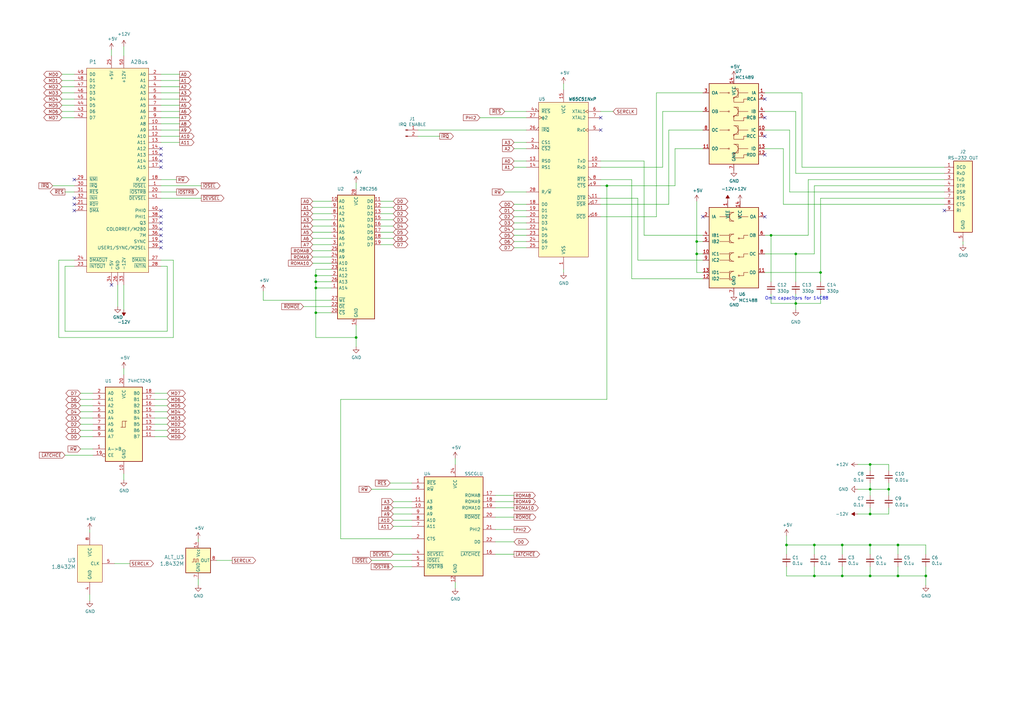
<source format=kicad_sch>
(kicad_sch (version 20211123) (generator eeschema)
  (paper "A3")
  (junction (at 316.23 96.52))
  (junction (at 345.44 223.52))
  (junction (at 356.87 190.5))
  (junction (at 129.54 115.57))
  (junction (at 129.54 113.03))
  (junction (at 248.92 76.2))
  (junction (at 356.87 223.52))
  (junction (at 285.75 104.14))
  (junction (at 368.3 236.22))
  (junction (at 129.54 118.11))
  (junction (at 356.87 236.22))
  (junction (at 326.39 124.46))
  (junction (at 129.54 128.27))
  (junction (at 146.05 138.43))
  (junction (at 356.87 210.82))
  (junction (at 322.58 223.52))
  (junction (at 356.87 200.66))
  (junction (at 364.49 200.66))
  (junction (at 334.01 236.22))
  (junction (at 326.39 104.14))
  (junction (at 334.01 223.52))
  (junction (at 379.73 236.22))
  (junction (at 285.75 99.06))
  (junction (at 336.55 111.76))
  (junction (at 345.44 236.22))
  (junction (at 368.3 223.52))
  (no_connect (at 66.04 86.36))
  (no_connect (at 45.72 116.84))
  (no_connect (at 66.04 93.98))
  (no_connect (at 66.04 99.06))
  (no_connect (at 30.48 86.36))
  (no_connect (at 387.35 86.36))
  (no_connect (at 66.04 63.5))
  (no_connect (at 66.04 91.44))
  (no_connect (at 30.48 73.66))
  (no_connect (at 30.48 81.28))
  (no_connect (at 246.38 53.34))
  (no_connect (at 66.04 101.6))
  (no_connect (at 66.04 88.9))
  (no_connect (at 66.04 68.58))
  (no_connect (at 66.04 60.96))
  (no_connect (at 66.04 66.04))
  (no_connect (at 66.04 96.52))
  (no_connect (at 288.29 88.9))
  (no_connect (at 313.69 88.9))
  (no_connect (at 313.69 48.26))
  (no_connect (at 313.69 40.64))
  (no_connect (at 313.69 63.5))
  (no_connect (at 313.69 55.88))
  (no_connect (at 30.48 83.82))
  (no_connect (at 246.38 48.26))
  (wire (pts (xy 168.91 215.9) (xy 161.29 215.9)))
  (wire (pts (xy 203.2 203.2) (xy 210.82 203.2)))
  (wire (pts (xy 322.58 236.22) (xy 334.01 236.22)))
  (wire (pts (xy 246.38 76.2) (xy 248.92 76.2)))
  (wire (pts (xy 186.69 187.96) (xy 186.69 190.5)))
  (wire (pts (xy 66.04 53.34) (xy 73.66 53.34)))
  (wire (pts (xy 356.87 203.2) (xy 356.87 200.66)))
  (wire (pts (xy 66.04 38.1) (xy 73.66 38.1)))
  (wire (pts (xy 146.05 74.93) (xy 146.05 77.47)))
  (wire (pts (xy 368.3 223.52) (xy 368.3 227.33)))
  (wire (pts (xy 345.44 223.52) (xy 334.01 223.52)))
  (wire (pts (xy 368.3 223.52) (xy 356.87 223.52)))
  (wire (pts (xy 68.58 161.29) (xy 63.5 161.29)))
  (wire (pts (xy 180.34 55.88) (xy 171.45 55.88)))
  (wire (pts (xy 66.04 58.42) (xy 73.66 58.42)))
  (wire (pts (xy 259.08 73.66) (xy 259.08 114.3)))
  (wire (pts (xy 345.44 232.41) (xy 345.44 236.22)))
  (wire (pts (xy 68.58 179.07) (xy 63.5 179.07)))
  (wire (pts (xy 379.73 232.41) (xy 379.73 236.22)))
  (wire (pts (xy 364.49 193.04) (xy 364.49 190.5)))
  (wire (pts (xy 152.4 200.66) (xy 168.91 200.66)))
  (wire (pts (xy 316.23 124.46) (xy 326.39 124.46)))
  (wire (pts (xy 25.4 40.64) (xy 30.48 40.64)))
  (wire (pts (xy 285.75 104.14) (xy 288.29 104.14)))
  (wire (pts (xy 66.04 30.48) (xy 73.66 30.48)))
  (wire (pts (xy 66.04 48.26) (xy 73.66 48.26)))
  (wire (pts (xy 248.92 76.2) (xy 276.86 76.2)))
  (wire (pts (xy 334.01 236.22) (xy 345.44 236.22)))
  (wire (pts (xy 210.82 68.58) (xy 215.9 68.58)))
  (wire (pts (xy 379.73 223.52) (xy 379.73 227.33)))
  (wire (pts (xy 345.44 236.22) (xy 356.87 236.22)))
  (wire (pts (xy 364.49 208.28) (xy 364.49 210.82)))
  (wire (pts (xy 313.69 111.76) (xy 336.55 111.76)))
  (wire (pts (xy 203.2 212.09) (xy 210.82 212.09)))
  (wire (pts (xy 246.38 66.04) (xy 264.16 66.04)))
  (wire (pts (xy 25.4 33.02) (xy 30.48 33.02)))
  (wire (pts (xy 146.05 138.43) (xy 146.05 142.24)))
  (wire (pts (xy 322.58 223.52) (xy 322.58 227.33)))
  (wire (pts (xy 45.72 20.32) (xy 45.72 22.86)))
  (wire (pts (xy 203.2 208.28) (xy 210.82 208.28)))
  (wire (pts (xy 66.04 78.74) (xy 72.39 78.74)))
  (wire (pts (xy 66.04 55.88) (xy 73.66 55.88)))
  (wire (pts (xy 135.89 95.25) (xy 128.27 95.25)))
  (wire (pts (xy 356.87 223.52) (xy 356.87 227.33)))
  (wire (pts (xy 351.79 200.66) (xy 356.87 200.66)))
  (wire (pts (xy 139.7 163.83) (xy 248.92 163.83)))
  (wire (pts (xy 135.89 115.57) (xy 129.54 115.57)))
  (wire (pts (xy 135.89 90.17) (xy 128.27 90.17)))
  (wire (pts (xy 210.82 91.44) (xy 215.9 91.44)))
  (wire (pts (xy 66.04 50.8) (xy 73.66 50.8)))
  (wire (pts (xy 135.89 118.11) (xy 129.54 118.11)))
  (wire (pts (xy 135.89 97.79) (xy 128.27 97.79)))
  (wire (pts (xy 210.82 83.82) (xy 215.9 83.82)))
  (wire (pts (xy 364.49 203.2) (xy 364.49 200.66)))
  (wire (pts (xy 66.04 43.18) (xy 73.66 43.18)))
  (wire (pts (xy 36.83 217.17) (xy 36.83 218.44)))
  (wire (pts (xy 135.89 107.95) (xy 128.27 107.95)))
  (wire (pts (xy 81.28 220.98) (xy 81.28 222.25)))
  (wire (pts (xy 288.29 96.52) (xy 264.16 96.52)))
  (wire (pts (xy 259.08 114.3) (xy 288.29 114.3)))
  (wire (pts (xy 288.29 60.96) (xy 276.86 60.96)))
  (wire (pts (xy 368.3 236.22) (xy 379.73 236.22)))
  (wire (pts (xy 313.69 38.1) (xy 328.93 38.1)))
  (wire (pts (xy 336.55 81.28) (xy 387.35 81.28)))
  (wire (pts (xy 26.67 109.22) (xy 26.67 135.89)))
  (wire (pts (xy 66.04 45.72) (xy 73.66 45.72)))
  (wire (pts (xy 66.04 81.28) (xy 82.55 81.28)))
  (wire (pts (xy 207.01 78.74) (xy 215.9 78.74)))
  (wire (pts (xy 68.58 176.53) (xy 63.5 176.53)))
  (wire (pts (xy 135.89 102.87) (xy 128.27 102.87)))
  (wire (pts (xy 356.87 232.41) (xy 356.87 236.22)))
  (wire (pts (xy 66.04 33.02) (xy 73.66 33.02)))
  (wire (pts (xy 33.02 171.45) (xy 38.1 171.45)))
  (wire (pts (xy 66.04 76.2) (xy 82.55 76.2)))
  (wire (pts (xy 336.55 111.76) (xy 336.55 115.57)))
  (wire (pts (xy 356.87 193.04) (xy 356.87 190.5)))
  (wire (pts (xy 139.7 220.98) (xy 139.7 163.83)))
  (wire (pts (xy 26.67 135.89) (xy 68.58 135.89)))
  (wire (pts (xy 33.02 184.15) (xy 38.1 184.15)))
  (wire (pts (xy 364.49 190.5) (xy 356.87 190.5)))
  (wire (pts (xy 313.69 104.14) (xy 326.39 104.14)))
  (wire (pts (xy 246.38 83.82) (xy 274.32 83.82)))
  (wire (pts (xy 261.62 106.68) (xy 261.62 81.28)))
  (wire (pts (xy 66.04 40.64) (xy 73.66 40.64)))
  (wire (pts (xy 135.89 125.73) (xy 124.46 125.73)))
  (wire (pts (xy 68.58 168.91) (xy 63.5 168.91)))
  (wire (pts (xy 161.29 82.55) (xy 156.21 82.55)))
  (wire (pts (xy 129.54 128.27) (xy 129.54 138.43)))
  (wire (pts (xy 285.75 99.06) (xy 288.29 99.06)))
  (wire (pts (xy 210.82 58.42) (xy 215.9 58.42)))
  (wire (pts (xy 264.16 66.04) (xy 264.16 96.52)))
  (wire (pts (xy 322.58 232.41) (xy 322.58 236.22)))
  (wire (pts (xy 269.24 38.1) (xy 269.24 88.9)))
  (wire (pts (xy 71.12 106.68) (xy 66.04 106.68)))
  (wire (pts (xy 107.95 119.38) (xy 107.95 123.19)))
  (wire (pts (xy 316.23 124.46) (xy 316.23 120.65)))
  (wire (pts (xy 276.86 60.96) (xy 276.86 76.2)))
  (wire (pts (xy 88.9 229.87) (xy 95.25 229.87)))
  (wire (pts (xy 33.02 166.37) (xy 38.1 166.37)))
  (wire (pts (xy 48.26 116.84) (xy 48.26 125.73)))
  (wire (pts (xy 129.54 118.11) (xy 129.54 128.27)))
  (wire (pts (xy 135.89 128.27) (xy 129.54 128.27)))
  (wire (pts (xy 168.91 229.87) (xy 152.4 229.87)))
  (wire (pts (xy 356.87 236.22) (xy 368.3 236.22)))
  (wire (pts (xy 326.39 124.46) (xy 326.39 120.65)))
  (wire (pts (xy 313.69 53.34) (xy 323.85 53.34)))
  (wire (pts (xy 68.58 163.83) (xy 63.5 163.83)))
  (wire (pts (xy 50.8 19.05) (xy 50.8 22.86)))
  (wire (pts (xy 321.31 60.96) (xy 321.31 83.82)))
  (wire (pts (xy 161.29 90.17) (xy 156.21 90.17)))
  (wire (pts (xy 368.3 232.41) (xy 368.3 236.22)))
  (wire (pts (xy 146.05 133.35) (xy 146.05 138.43)))
  (wire (pts (xy 161.29 87.63) (xy 156.21 87.63)))
  (wire (pts (xy 379.73 223.52) (xy 368.3 223.52)))
  (wire (pts (xy 50.8 127) (xy 50.8 116.84)))
  (wire (pts (xy 356.87 223.52) (xy 345.44 223.52)))
  (wire (pts (xy 285.75 111.76) (xy 288.29 111.76)))
  (wire (pts (xy 285.75 104.14) (xy 285.75 111.76)))
  (wire (pts (xy 161.29 85.09) (xy 156.21 85.09)))
  (wire (pts (xy 168.91 227.33) (xy 161.29 227.33)))
  (wire (pts (xy 24.13 106.68) (xy 24.13 138.43)))
  (wire (pts (xy 313.69 60.96) (xy 321.31 60.96)))
  (wire (pts (xy 25.4 43.18) (xy 30.48 43.18)))
  (wire (pts (xy 135.89 113.03) (xy 129.54 113.03)))
  (wire (pts (xy 135.89 92.71) (xy 128.27 92.71)))
  (wire (pts (xy 326.39 104.14) (xy 326.39 115.57)))
  (wire (pts (xy 168.91 210.82) (xy 161.29 210.82)))
  (wire (pts (xy 271.78 45.72) (xy 271.78 68.58)))
  (wire (pts (xy 326.39 127) (xy 326.39 124.46)))
  (wire (pts (xy 328.93 38.1) (xy 328.93 68.58)))
  (wire (pts (xy 331.47 73.66) (xy 387.35 73.66)))
  (wire (pts (xy 351.79 210.82) (xy 356.87 210.82)))
  (wire (pts (xy 21.59 76.2) (xy 30.48 76.2)))
  (wire (pts (xy 168.91 205.74) (xy 161.29 205.74)))
  (wire (pts (xy 135.89 82.55) (xy 128.27 82.55)))
  (wire (pts (xy 50.8 151.13) (xy 50.8 153.67)))
  (wire (pts (xy 288.29 45.72) (xy 271.78 45.72)))
  (wire (pts (xy 203.2 227.33) (xy 210.82 227.33)))
  (wire (pts (xy 66.04 73.66) (xy 72.39 73.66)))
  (wire (pts (xy 356.87 208.28) (xy 356.87 210.82)))
  (wire (pts (xy 129.54 113.03) (xy 129.54 115.57)))
  (wire (pts (xy 323.85 53.34) (xy 323.85 78.74)))
  (wire (pts (xy 356.87 210.82) (xy 364.49 210.82)))
  (wire (pts (xy 210.82 93.98) (xy 215.9 93.98)))
  (wire (pts (xy 248.92 76.2) (xy 248.92 163.83)))
  (wire (pts (xy 168.91 208.28) (xy 161.29 208.28)))
  (wire (pts (xy 207.01 45.72) (xy 215.9 45.72)))
  (wire (pts (xy 210.82 96.52) (xy 215.9 96.52)))
  (wire (pts (xy 334.01 223.52) (xy 322.58 223.52)))
  (wire (pts (xy 326.39 124.46) (xy 336.55 124.46)))
  (wire (pts (xy 334.01 76.2) (xy 387.35 76.2)))
  (wire (pts (xy 135.89 87.63) (xy 128.27 87.63)))
  (wire (pts (xy 231.14 34.29) (xy 231.14 36.83)))
  (wire (pts (xy 328.93 68.58) (xy 387.35 68.58)))
  (wire (pts (xy 33.02 168.91) (xy 38.1 168.91)))
  (wire (pts (xy 135.89 85.09) (xy 128.27 85.09)))
  (wire (pts (xy 68.58 135.89) (xy 68.58 109.22)))
  (wire (pts (xy 33.02 163.83) (xy 38.1 163.83)))
  (wire (pts (xy 135.89 100.33) (xy 128.27 100.33)))
  (wire (pts (xy 129.54 110.49) (xy 129.54 113.03)))
  (wire (pts (xy 379.73 236.22) (xy 379.73 240.03)))
  (wire (pts (xy 25.4 30.48) (xy 30.48 30.48)))
  (wire (pts (xy 210.82 101.6) (xy 215.9 101.6)))
  (wire (pts (xy 33.02 161.29) (xy 38.1 161.29)))
  (wire (pts (xy 161.29 95.25) (xy 156.21 95.25)))
  (wire (pts (xy 210.82 66.04) (xy 215.9 66.04)))
  (wire (pts (xy 81.28 237.49) (xy 81.28 240.03)))
  (wire (pts (xy 326.39 45.72) (xy 326.39 71.12)))
  (wire (pts (xy 231.14 110.49) (xy 231.14 111.76)))
  (wire (pts (xy 161.29 92.71) (xy 156.21 92.71)))
  (wire (pts (xy 334.01 104.14) (xy 334.01 76.2)))
  (wire (pts (xy 25.4 35.56) (xy 30.48 35.56)))
  (wire (pts (xy 345.44 223.52) (xy 345.44 227.33)))
  (wire (pts (xy 68.58 171.45) (xy 63.5 171.45)))
  (wire (pts (xy 168.91 232.41) (xy 161.29 232.41)))
  (wire (pts (xy 33.02 173.99) (xy 38.1 173.99)))
  (wire (pts (xy 356.87 198.12) (xy 356.87 200.66)))
  (wire (pts (xy 33.02 179.07) (xy 38.1 179.07)))
  (wire (pts (xy 26.67 78.74) (xy 30.48 78.74)))
  (wire (pts (xy 107.95 123.19) (xy 135.89 123.19)))
  (wire (pts (xy 210.82 60.96) (xy 215.9 60.96)))
  (wire (pts (xy 215.9 48.26) (xy 196.85 48.26)))
  (wire (pts (xy 33.02 176.53) (xy 38.1 176.53)))
  (wire (pts (xy 323.85 78.74) (xy 387.35 78.74)))
  (wire (pts (xy 336.55 111.76) (xy 336.55 81.28)))
  (wire (pts (xy 203.2 205.74) (xy 210.82 205.74)))
  (wire (pts (xy 161.29 97.79) (xy 156.21 97.79)))
  (wire (pts (xy 313.69 45.72) (xy 326.39 45.72)))
  (wire (pts (xy 285.75 99.06) (xy 285.75 104.14)))
  (wire (pts (xy 210.82 88.9) (xy 215.9 88.9)))
  (wire (pts (xy 161.29 100.33) (xy 156.21 100.33)))
  (wire (pts (xy 321.31 83.82) (xy 387.35 83.82)))
  (wire (pts (xy 326.39 104.14) (xy 334.01 104.14)))
  (wire (pts (xy 288.29 106.68) (xy 261.62 106.68)))
  (wire (pts (xy 186.69 238.76) (xy 186.69 241.3)))
  (wire (pts (xy 334.01 232.41) (xy 334.01 236.22)))
  (wire (pts (xy 25.4 45.72) (xy 30.48 45.72)))
  (wire (pts (xy 246.38 88.9) (xy 269.24 88.9)))
  (wire (pts (xy 135.89 105.41) (xy 128.27 105.41)))
  (wire (pts (xy 394.97 99.06) (xy 394.97 100.33)))
  (wire (pts (xy 160.02 198.12) (xy 168.91 198.12)))
  (wire (pts (xy 25.4 38.1) (xy 30.48 38.1)))
  (wire (pts (xy 30.48 109.22) (xy 26.67 109.22)))
  (wire (pts (xy 246.38 73.66) (xy 259.08 73.66)))
  (wire (pts (xy 313.69 96.52) (xy 316.23 96.52)))
  (wire (pts (xy 356.87 200.66) (xy 364.49 200.66)))
  (wire (pts (xy 168.91 213.36) (xy 161.29 213.36)))
  (wire (pts (xy 246.38 81.28) (xy 261.62 81.28)))
  (wire (pts (xy 36.83 243.84) (xy 36.83 246.38)))
  (wire (pts (xy 203.2 222.25) (xy 210.82 222.25)))
  (wire (pts (xy 171.45 53.34) (xy 215.9 53.34)))
  (wire (pts (xy 26.67 186.69) (xy 38.1 186.69)))
  (wire (pts (xy 135.89 110.49) (xy 129.54 110.49)))
  (wire (pts (xy 322.58 219.71) (xy 322.58 223.52)))
  (wire (pts (xy 251.46 45.72) (xy 246.38 45.72)))
  (wire (pts (xy 50.8 194.31) (xy 50.8 196.85)))
  (wire (pts (xy 274.32 53.34) (xy 274.32 83.82)))
  (wire (pts (xy 334.01 223.52) (xy 334.01 227.33)))
  (wire (pts (xy 68.58 173.99) (xy 63.5 173.99)))
  (wire (pts (xy 139.7 220.98) (xy 168.91 220.98)))
  (wire (pts (xy 46.99 231.14) (xy 53.34 231.14)))
  (wire (pts (xy 331.47 73.66) (xy 331.47 96.52)))
  (wire (pts (xy 288.29 38.1) (xy 269.24 38.1)))
  (wire (pts (xy 129.54 115.57) (xy 129.54 118.11)))
  (wire (pts (xy 288.29 53.34) (xy 274.32 53.34)))
  (wire (pts (xy 316.23 96.52) (xy 331.47 96.52)))
  (wire (pts (xy 129.54 138.43) (xy 146.05 138.43)))
  (wire (pts (xy 25.4 48.26) (xy 30.48 48.26)))
  (wire (pts (xy 66.04 35.56) (xy 73.66 35.56)))
  (wire (pts (xy 326.39 71.12) (xy 387.35 71.12)))
  (wire (pts (xy 71.12 138.43) (xy 71.12 106.68)))
  (wire (pts (xy 336.55 124.46) (xy 336.55 120.65)))
  (wire (pts (xy 356.87 190.5) (xy 351.79 190.5)))
  (wire (pts (xy 246.38 68.58) (xy 271.78 68.58)))
  (wire (pts (xy 203.2 217.17) (xy 210.82 217.17)))
  (wire (pts (xy 210.82 86.36) (xy 215.9 86.36)))
  (wire (pts (xy 285.75 82.55) (xy 285.75 99.06)))
  (wire (pts (xy 24.13 138.43) (xy 71.12 138.43)))
  (wire (pts (xy 364.49 198.12) (xy 364.49 200.66)))
  (wire (pts (xy 210.82 99.06) (xy 215.9 99.06)))
  (wire (pts (xy 30.48 106.68) (xy 24.13 106.68)))
  (wire (pts (xy 316.23 96.52) (xy 316.23 115.57)))
  (wire (pts (xy 68.58 109.22) (xy 66.04 109.22)))
  (wire (pts (xy 68.58 166.37) (xy 63.5 166.37)))
  (text "Omit capacitors for 14C88" (at 313.69 123.19 0) (effects (font (size 1.27 1.27)) (justify left bottom)))
  (global_label "A5" (shape output) (at 73.66 43.18 0) (property "Intersheet References" "${INTERSHEET_REFS}" (effects hide)))
  (global_label "MD3" (shape bidirectional) (at 25.4 38.1 180) (property "Intersheet References" "${INTERSHEET_REFS}" (effects hide)))
  (global_label "MD2" (shape bidirectional) (at 25.4 35.56 180) (property "Intersheet References" "${INTERSHEET_REFS}" (effects hide)))
  (global_label "MD4" (shape bidirectional) (at 25.4 40.64 180) (property "Intersheet References" "${INTERSHEET_REFS}" (effects hide)))
  (global_label "MD5" (shape bidirectional) (at 68.58 166.37 0) (property "Intersheet References" "${INTERSHEET_REFS}" (effects hide)))
  (global_label "A10" (shape output) (at 73.66 55.88 0) (property "Intersheet References" "${INTERSHEET_REFS}" (effects hide)))
  (global_label "D4" (shape bidirectional) (at 161.29 92.71 0) (property "Intersheet References" "${INTERSHEET_REFS}" (effects hide)))
  (global_label "~{RES}" (shape output) (at 26.67 78.74 180) (property "Intersheet References" "${INTERSHEET_REFS}" (effects hide)))
  (global_label "A11" (shape input) (at 161.29 215.9 180) (property "Intersheet References" "${INTERSHEET_REFS}" (effects hide)))
  (global_label "D1" (shape bidirectional) (at 210.82 86.36 180) (property "Intersheet References" "${INTERSHEET_REFS}" (effects hide)))
  (global_label "~{IOSEL}" (shape input) (at 152.4 229.87 180) (property "Intersheet References" "${INTERSHEET_REFS}" (effects hide)))
  (global_label "MD6" (shape bidirectional) (at 68.58 163.83 0) (property "Intersheet References" "${INTERSHEET_REFS}" (effects hide)))
  (global_label "~{ROMOE}" (shape input) (at 124.46 125.73 180) (property "Intersheet References" "${INTERSHEET_REFS}" (effects hide)))
  (global_label "D0" (shape bidirectional) (at 210.82 83.82 180) (property "Intersheet References" "${INTERSHEET_REFS}" (effects hide)))
  (global_label "R~{W}" (shape output) (at 72.39 73.66 0) (property "Intersheet References" "${INTERSHEET_REFS}" (effects hide)))
  (global_label "~{IRQ}" (shape input) (at 21.59 76.2 180) (property "Intersheet References" "${INTERSHEET_REFS}" (effects hide)))
  (global_label "~{DEVSEL}" (shape input) (at 161.29 227.33 180) (property "Intersheet References" "${INTERSHEET_REFS}" (effects hide)))
  (global_label "D0" (shape bidirectional) (at 161.29 82.55 0) (property "Intersheet References" "${INTERSHEET_REFS}" (effects hide)))
  (global_label "R~{W}" (shape input) (at 152.4 200.66 180) (property "Intersheet References" "${INTERSHEET_REFS}" (effects hide)))
  (global_label "A6" (shape input) (at 128.27 97.79 180) (property "Intersheet References" "${INTERSHEET_REFS}" (effects hide)))
  (global_label "~{RES}" (shape input) (at 207.01 45.72 180) (property "Intersheet References" "${INTERSHEET_REFS}" (effects hide)))
  (global_label "D4" (shape bidirectional) (at 210.82 93.98 180) (property "Intersheet References" "${INTERSHEET_REFS}" (effects hide)))
  (global_label "ROMA10" (shape input) (at 128.27 107.95 180) (property "Intersheet References" "${INTERSHEET_REFS}" (effects hide)))
  (global_label "~{IOSTRB}" (shape input) (at 161.29 232.41 180) (property "Intersheet References" "${INTERSHEET_REFS}" (effects hide)))
  (global_label "D5" (shape bidirectional) (at 161.29 95.25 0) (property "Intersheet References" "${INTERSHEET_REFS}" (effects hide)))
  (global_label "MD3" (shape bidirectional) (at 68.58 171.45 0) (property "Intersheet References" "${INTERSHEET_REFS}" (effects hide)))
  (global_label "D0" (shape bidirectional) (at 33.02 179.07 180) (property "Intersheet References" "${INTERSHEET_REFS}" (effects hide)))
  (global_label "A9" (shape output) (at 73.66 53.34 0) (property "Intersheet References" "${INTERSHEET_REFS}" (effects hide)))
  (global_label "ROMA10" (shape output) (at 210.82 208.28 0) (property "Intersheet References" "${INTERSHEET_REFS}" (effects hide)))
  (global_label "A2" (shape input) (at 128.27 87.63 180) (property "Intersheet References" "${INTERSHEET_REFS}" (effects hide)))
  (global_label "D2" (shape bidirectional) (at 33.02 173.99 180) (property "Intersheet References" "${INTERSHEET_REFS}" (effects hide)))
  (global_label "MD6" (shape bidirectional) (at 25.4 45.72 180) (property "Intersheet References" "${INTERSHEET_REFS}" (effects hide)))
  (global_label "D3" (shape bidirectional) (at 161.29 90.17 0) (property "Intersheet References" "${INTERSHEET_REFS}" (effects hide)))
  (global_label "D5" (shape bidirectional) (at 210.82 96.52 180) (property "Intersheet References" "${INTERSHEET_REFS}" (effects hide)))
  (global_label "R~{W}" (shape input) (at 33.02 184.15 180) (property "Intersheet References" "${INTERSHEET_REFS}" (effects hide)))
  (global_label "MD1" (shape bidirectional) (at 25.4 33.02 180) (property "Intersheet References" "${INTERSHEET_REFS}" (effects hide)))
  (global_label "MD2" (shape bidirectional) (at 68.58 173.99 0) (property "Intersheet References" "${INTERSHEET_REFS}" (effects hide)))
  (global_label "MD7" (shape bidirectional) (at 25.4 48.26 180) (property "Intersheet References" "${INTERSHEET_REFS}" (effects hide)))
  (global_label "A0" (shape input) (at 128.27 82.55 180) (property "Intersheet References" "${INTERSHEET_REFS}" (effects hide)))
  (global_label "ROMA8" (shape input) (at 128.27 102.87 180) (property "Intersheet References" "${INTERSHEET_REFS}" (effects hide)))
  (global_label "A0" (shape input) (at 210.82 66.04 180) (property "Intersheet References" "${INTERSHEET_REFS}" (effects hide)))
  (global_label "D7" (shape bidirectional) (at 161.29 100.33 0) (property "Intersheet References" "${INTERSHEET_REFS}" (effects hide)))
  (global_label "D4" (shape bidirectional) (at 33.02 168.91 180) (property "Intersheet References" "${INTERSHEET_REFS}" (effects hide)))
  (global_label "ROMA8" (shape output) (at 210.82 203.2 0) (property "Intersheet References" "${INTERSHEET_REFS}" (effects hide)))
  (global_label "MD0" (shape bidirectional) (at 68.58 179.07 0) (property "Intersheet References" "${INTERSHEET_REFS}" (effects hide)))
  (global_label "D3" (shape bidirectional) (at 33.02 171.45 180) (property "Intersheet References" "${INTERSHEET_REFS}" (effects hide)))
  (global_label "SERCLK" (shape output) (at 95.25 229.87 0) (property "Intersheet References" "${INTERSHEET_REFS}" (effects hide)))
  (global_label "A7" (shape output) (at 73.66 48.26 0) (property "Intersheet References" "${INTERSHEET_REFS}" (effects hide)))
  (global_label "D2" (shape bidirectional) (at 161.29 87.63 0) (property "Intersheet References" "${INTERSHEET_REFS}" (effects hide)))
  (global_label "D0" (shape tri_state) (at 210.82 222.25 0) (property "Intersheet References" "${INTERSHEET_REFS}" (effects hide)))
  (global_label "A9" (shape input) (at 161.29 210.82 180) (property "Intersheet References" "${INTERSHEET_REFS}" (effects hide)))
  (global_label "~{ROMOE}" (shape output) (at 210.82 212.09 0) (property "Intersheet References" "${INTERSHEET_REFS}" (effects hide)))
  (global_label "~{DEVSEL}" (shape output) (at 82.55 81.28 0) (property "Intersheet References" "${INTERSHEET_REFS}" (effects hide)))
  (global_label "D3" (shape bidirectional) (at 210.82 91.44 180) (property "Intersheet References" "${INTERSHEET_REFS}" (effects hide)))
  (global_label "A1" (shape output) (at 73.66 33.02 0) (property "Intersheet References" "${INTERSHEET_REFS}" (effects hide)))
  (global_label "A1" (shape input) (at 210.82 68.58 180) (property "Intersheet References" "${INTERSHEET_REFS}" (effects hide)))
  (global_label "PHI2" (shape output) (at 210.82 217.17 0) (property "Intersheet References" "${INTERSHEET_REFS}" (effects hide)))
  (global_label "A2" (shape input) (at 210.82 60.96 180) (property "Intersheet References" "${INTERSHEET_REFS}" (effects hide)))
  (global_label "~{IRQ}" (shape output) (at 180.34 55.88 0) (property "Intersheet References" "${INTERSHEET_REFS}" (effects hide)))
  (global_label "D5" (shape bidirectional) (at 33.02 166.37 180) (property "Intersheet References" "${INTERSHEET_REFS}" (effects hide)))
  (global_label "D6" (shape bidirectional) (at 33.02 163.83 180) (property "Intersheet References" "${INTERSHEET_REFS}" (effects hide)))
  (global_label "MD4" (shape bidirectional) (at 68.58 168.91 0) (property "Intersheet References" "${INTERSHEET_REFS}" (effects hide)))
  (global_label "A7" (shape input) (at 128.27 100.33 180) (property "Intersheet References" "${INTERSHEET_REFS}" (effects hide)))
  (global_label "MD0" (shape bidirectional) (at 25.4 30.48 180) (property "Intersheet References" "${INTERSHEET_REFS}" (effects hide)))
  (global_label "PHI2" (shape input) (at 196.85 48.26 180) (property "Intersheet References" "${INTERSHEET_REFS}" (effects hide)))
  (global_label "D1" (shape bidirectional) (at 33.02 176.53 180) (property "Intersheet References" "${INTERSHEET_REFS}" (effects hide)))
  (global_label "A4" (shape output) (at 73.66 40.64 0) (property "Intersheet References" "${INTERSHEET_REFS}" (effects hide)))
  (global_label "A4" (shape input) (at 128.27 92.71 180) (property "Intersheet References" "${INTERSHEET_REFS}" (effects hide)))
  (global_label "A2" (shape output) (at 73.66 35.56 0) (property "Intersheet References" "${INTERSHEET_REFS}" (effects hide)))
  (global_label "A8" (shape input) (at 161.29 208.28 180) (property "Intersheet References" "${INTERSHEET_REFS}" (effects hide)))
  (global_label "D1" (shape bidirectional) (at 161.29 85.09 0) (property "Intersheet References" "${INTERSHEET_REFS}" (effects hide)))
  (global_label "ROMA9" (shape output) (at 210.82 205.74 0) (property "Intersheet References" "${INTERSHEET_REFS}" (effects hide)))
  (global_label "D2" (shape bidirectional) (at 210.82 88.9 180) (property "Intersheet References" "${INTERSHEET_REFS}" (effects hide)))
  (global_label "A0" (shape output) (at 73.66 30.48 0) (property "Intersheet References" "${INTERSHEET_REFS}" (effects hide)))
  (global_label "~{RES}" (shape input) (at 160.02 198.12 180) (property "Intersheet References" "${INTERSHEET_REFS}" (effects hide)))
  (global_label "A8" (shape output) (at 73.66 50.8 0) (property "Intersheet References" "${INTERSHEET_REFS}" (effects hide)))
  (global_label "A11" (shape output) (at 73.66 58.42 0) (property "Intersheet References" "${INTERSHEET_REFS}" (effects hide)))
  (global_label "A3" (shape input) (at 161.29 205.74 180) (property "Intersheet References" "${INTERSHEET_REFS}" (effects hide)))
  (global_label "SERCLK" (shape input) (at 251.46 45.72 0) (property "Intersheet References" "${INTERSHEET_REFS}" (effects hide)))
  (global_label "A10" (shape input) (at 161.29 213.36 180) (property "Intersheet References" "${INTERSHEET_REFS}" (effects hide)))
  (global_label "A5" (shape input) (at 128.27 95.25 180) (property "Intersheet References" "${INTERSHEET_REFS}" (effects hide)))
  (global_label "D6" (shape bidirectional) (at 161.29 97.79 0) (property "Intersheet References" "${INTERSHEET_REFS}" (effects hide)))
  (global_label "SERCLK" (shape output) (at 53.34 231.14 0) (property "Intersheet References" "${INTERSHEET_REFS}" (effects hide)))
  (global_label "A3" (shape output) (at 73.66 38.1 0) (property "Intersheet References" "${INTERSHEET_REFS}" (effects hide)))
  (global_label "R~{W}" (shape input) (at 207.01 78.74 180) (property "Intersheet References" "${INTERSHEET_REFS}" (effects hide)))
  (global_label "~{LATCHCE}" (shape input) (at 26.67 186.69 180) (property "Intersheet References" "${INTERSHEET_REFS}" (effects hide)))
  (global_label "A3" (shape input) (at 210.82 58.42 180) (property "Intersheet References" "${INTERSHEET_REFS}" (effects hide)))
  (global_label "MD7" (shape bidirectional) (at 68.58 161.29 0) (property "Intersheet References" "${INTERSHEET_REFS}" (effects hide)))
  (global_label "A1" (shape input) (at 128.27 85.09 180) (property "Intersheet References" "${INTERSHEET_REFS}" (effects hide)))
  (global_label "D7" (shape bidirectional) (at 33.02 161.29 180) (property "Intersheet References" "${INTERSHEET_REFS}" (effects hide)))
  (global_label "A6" (shape output) (at 73.66 45.72 0) (property "Intersheet References" "${INTERSHEET_REFS}" (effects hide)))
  (global_label "D6" (shape bidirectional) (at 210.82 99.06 180) (property "Intersheet References" "${INTERSHEET_REFS}" (effects hide)))
  (global_label "~{IOSTRB}" (shape output) (at 72.39 78.74 0) (property "Intersheet References" "${INTERSHEET_REFS}" (effects hide)))
  (global_label "~{LATCHCE}" (shape output) (at 210.82 227.33 0) (property "Intersheet References" "${INTERSHEET_REFS}" (effects hide)))
  (global_label "ROMA9" (shape input) (at 128.27 105.41 180) (property "Intersheet References" "${INTERSHEET_REFS}" (effects hide)))
  (global_label "D7" (shape bidirectional) (at 210.82 101.6 180) (property "Intersheet References" "${INTERSHEET_REFS}" (effects hide)))
  (global_label "MD5" (shape bidirectional) (at 25.4 43.18 180) (property "Intersheet References" "${INTERSHEET_REFS}" (effects hide)))
  (global_label "~{IOSEL}" (shape output) (at 82.55 76.2 0) (property "Intersheet References" "${INTERSHEET_REFS}" (effects hide)))
  (global_label "A3" (shape input) (at 128.27 90.17 180) (property "Intersheet References" "${INTERSHEET_REFS}" (effects hide)))
  (global_label "MD1" (shape bidirectional) (at 68.58 176.53 0) (property "Intersheet References" "${INTERSHEET_REFS}" (effects hide)))
  (symbol (lib_id "ssc-rescue:W65C51NxP-65xx") (at 231.14 73.66 0) (unit 1)
    (property "Reference" "U5" (at 222.25 40.64 0))
    (property "Value" "W65C51NxP" (at 238.76 40.64 0) (effects (font bold italic)))
    (property "Footprint" "Package_DIP:DIP-28_W15.24mm_Socket" (effects hide))
    (property "Datasheet" "http://www.westerndesigncenter.com/wdc/documentation/w65c51n.pdf" (effects hide))
  )
  (symbol (lib_id "Memory_EEPROM:28C256") (at 146.05 105.41 0) (unit 1)
    (property "Reference" "U2" (at 139.7 77.47 0))
    (property "Value" "28C256" (at 151.13 77.47 0))
    (property "Footprint" "Package_DIP:DIP-28_W15.24mm_Socket" (effects hide))
    (property "Datasheet" "http://ww1.microchip.com/downloads/en/DeviceDoc/doc0006.pdf" (effects hide))
  )
  (symbol (lib_id "ssc-rescue:A2Bus-apple2") (at 48.26 68.58 0) (unit 1)
    (property "Reference" "P1" (at 38.1 25.4 0) (effects (font (size 1.524 1.524))))
    (property "Value" "A2Bus" (at 57.15 25.4 0) (effects (font (size 1.524 1.524))))
    (property "Footprint" "Apple2-Bus:Male_Card-Edge_50_pin__100_mil" (effects hide))
    (property "Datasheet" "https://allpinouts.org/pinouts/connectors/buses/apple-ii-slot/" (effects hide))
  )
  (symbol (lib_id "power:+5V") (at 45.72 20.32 0) (unit 1)
    (property "Reference" "#PWR0101" (effects hide))
    (property "Value" "+5V" (at 46.101 15.9258 0))
  )
  (symbol (lib_id "power:GND") (at 48.26 125.73 0) (unit 1)
    (property "Reference" "#PWR0102" (effects hide))
    (property "Value" "GND" (at 48.387 130.1242 0))
  )
  (symbol (lib_id "74xx:74HC245") (at 50.8 173.99 0) (unit 1)
    (property "Reference" "U1" (at 44.45 156.21 0))
    (property "Value" "74HCT245" (at 57.15 156.21 0))
    (property "Footprint" "Package_DIP:DIP-20_W7.62mm_Socket" (effects hide))
    (property "Datasheet" "http://www.ti.com/lit/gpn/sn74HC245" (effects hide))
  )
  (symbol (lib_id "power:+5V") (at 50.8 151.13 0) (unit 1)
    (property "Reference" "#PWR0103" (effects hide))
    (property "Value" "+5V" (at 51.181 146.7358 0))
  )
  (symbol (lib_id "power:GND") (at 50.8 196.85 0) (unit 1)
    (property "Reference" "#PWR0104" (effects hide))
    (property "Value" "GND" (at 50.927 201.2442 0))
  )
  (symbol (lib_id "ssc:SSCGLU") (at 186.69 215.9 0) (unit 1)
    (property "Reference" "U4" (at 175.26 194.31 0))
    (property "Value" "SSCGLU" (at 194.31 194.31 0))
    (property "Footprint" "Package_DIP:DIP-24_W7.62mm_Socket" (effects hide))
  )
  (symbol (lib_id "power:GND") (at 186.69 241.3 0) (unit 1)
    (property "Reference" "#PWR0119" (effects hide))
    (property "Value" "GND" (at 186.817 245.6942 0))
  )
  (symbol (lib_id "power:+5V") (at 186.69 187.96 0) (unit 1)
    (property "Reference" "#PWR0120" (effects hide))
    (property "Value" "+5V" (at 187.071 183.5658 0))
  )
  (symbol (lib_id "ssc-rescue:Osc_8pin-osc") (at 36.83 231.14 0) (unit 1)
    (property "Reference" "U3" (at 31.0642 229.7938 0) (effects (font (size 1.524 1.524)) (justify right)))
    (property "Value" "1.8432M" (at 31.0642 232.4862 0) (effects (font (size 1.524 1.524)) (justify right)))
    (property "Footprint" "Package_DIP:DIP-8_W7.62mm_Socket" (effects hide))
  )
  (symbol (lib_id "power:+5V") (at 146.05 74.93 0) (unit 1)
    (property "Reference" "#PWR0105" (effects hide))
    (property "Value" "+5V" (at 146.431 70.5358 0))
  )
  (symbol (lib_id "power:+5V") (at 231.14 34.29 0) (unit 1)
    (property "Reference" "#PWR0116" (effects hide))
    (property "Value" "+5V" (at 231.521 29.8958 0))
  )
  (symbol (lib_id "power:+5V") (at 36.83 217.17 0) (unit 1)
    (property "Reference" "#PWR0107" (effects hide))
    (property "Value" "+5V" (at 37.211 212.7758 0))
  )
  (symbol (lib_id "power:GND") (at 36.83 246.38 0) (unit 1)
    (property "Reference" "#PWR0108" (effects hide))
    (property "Value" "GND" (at 36.957 250.7742 0))
  )
  (symbol (lib_id "power:GND") (at 146.05 142.24 0) (unit 1)
    (property "Reference" "#PWR0109" (effects hide))
    (property "Value" "GND" (at 146.177 146.6342 0))
  )
  (symbol (lib_id "power:GND") (at 231.14 111.76 0) (unit 1)
    (property "Reference" "#PWR0110" (effects hide))
    (property "Value" "GND" (at 231.267 116.1542 0))
  )
  (symbol (lib_id "Device:C_Small") (at 368.3 229.87 0) (unit 1)
    (property "Reference" "C5" (at 370.6368 228.7016 0) (effects (justify left)))
    (property "Value" "0.1u" (at 370.6368 231.013 0) (effects (justify left)))
    (property "Footprint" "Capacitor_THT:C_Disc_D4.3mm_W1.9mm_P5.00mm" (effects hide))
  )
  (symbol (lib_id "Device:C_Small") (at 379.73 229.87 0) (unit 1)
    (property "Reference" "C6" (at 382.0668 228.7016 0) (effects (justify left)))
    (property "Value" "0.1u" (at 382.0668 231.013 0) (effects (justify left)))
    (property "Footprint" "Capacitor_THT:C_Disc_D4.3mm_W1.9mm_P5.00mm" (effects hide))
  )
  (symbol (lib_id "Device:C_Small") (at 322.58 229.87 0) (unit 1)
    (property "Reference" "C1" (at 324.9168 228.7016 0) (effects (justify left)))
    (property "Value" "0.1u" (at 324.9168 231.013 0) (effects (justify left)))
    (property "Footprint" "Capacitor_THT:C_Disc_D4.3mm_W1.9mm_P5.00mm" (effects hide))
  )
  (symbol (lib_id "Device:C_Small") (at 334.01 229.87 0) (unit 1)
    (property "Reference" "C2" (at 336.3468 228.7016 0) (effects (justify left)))
    (property "Value" "0.1u" (at 336.3468 231.013 0) (effects (justify left)))
    (property "Footprint" "Capacitor_THT:C_Disc_D4.3mm_W1.9mm_P5.00mm" (effects hide))
  )
  (symbol (lib_id "Device:C_Small") (at 345.44 229.87 0) (unit 1)
    (property "Reference" "C3" (at 347.7768 228.7016 0) (effects (justify left)))
    (property "Value" "0.1u" (at 347.7768 231.013 0) (effects (justify left)))
    (property "Footprint" "Capacitor_THT:C_Disc_D4.3mm_W1.9mm_P5.00mm" (effects hide))
  )
  (symbol (lib_id "Device:C_Small") (at 356.87 229.87 0) (unit 1)
    (property "Reference" "C4" (at 359.2068 228.7016 0) (effects (justify left)))
    (property "Value" "0.1u" (at 359.2068 231.013 0) (effects (justify left)))
    (property "Footprint" "Capacitor_THT:C_Disc_D4.3mm_W1.9mm_P5.00mm" (effects hide))
  )
  (symbol (lib_id "power:GND") (at 379.73 240.03 0) (unit 1)
    (property "Reference" "#PWR02" (effects hide))
    (property "Value" "GND" (at 379.857 244.4242 0))
  )
  (symbol (lib_id "power:+5V") (at 322.58 219.71 0) (unit 1)
    (property "Reference" "#PWR01" (effects hide))
    (property "Value" "+5V" (at 322.961 215.3158 0))
  )
  (symbol (lib_id "Connector:Conn_01x02_Male") (at 166.37 53.34 0) (unit 1)
    (property "Reference" "J1" (at 169.1132 48.7426 0))
    (property "Value" "IRQ ENABLE" (at 169.1132 51.054 0))
    (property "Footprint" "Connector_PinHeader_2.54mm:PinHeader_1x02_P2.54mm_Vertical" (effects hide))
  )
  (symbol (lib_id "power:+5V") (at 107.95 119.38 0) (unit 1)
    (property "Reference" "#PWR0115" (effects hide))
    (property "Value" "+5V" (at 108.331 114.9858 0))
  )
  (symbol (lib_id "ssc:Conn_PC_MB_Serial") (at 394.97 81.28 0) (unit 1)
    (property "Reference" "J2" (at 394.97 62.23 0))
    (property "Value" "RS-232 OUT" (at 394.97 64.77 0))
    (property "Footprint" "Connector_PinHeader_2.54mm:PinHeader_2x05_P2.54mm_Vertical" (effects hide))
  )
  (symbol (lib_id "power:GND") (at 394.97 100.33 0) (unit 1)
    (property "Reference" "#PWR0118" (effects hide))
    (property "Value" "GND" (at 395.097 104.7242 0))
  )
  (symbol (lib_id "Device:C_Small") (at 316.23 118.11 0) (unit 1)
    (property "Reference" "C12" (at 318.77 116.8462 0) (effects (justify left)))
    (property "Value" "330p" (at 318.77 119.3862 0) (effects (justify left)))
    (property "Footprint" "Capacitor_THT:C_Disc_D3.0mm_W1.6mm_P2.50mm" (effects hide))
  )
  (symbol (lib_id "power:-12V") (at 351.79 210.82 90) (unit 1)
    (property "Reference" "#PWR0106" (effects hide))
    (property "Value" "-12V" (at 347.98 210.8199 90) (effects (justify left)))
  )
  (symbol (lib_id "Device:C_Small") (at 364.49 195.58 0) (unit 1)
    (property "Reference" "C10" (at 367.03 194.3162 0) (effects (justify left)))
    (property "Value" "0.01u" (at 367.03 196.8562 0) (effects (justify left)))
    (property "Footprint" "Capacitor_THT:C_Disc_D4.3mm_W1.9mm_P5.00mm" (effects hide))
  )
  (symbol (lib_id "power:GND") (at 81.28 240.03 0) (unit 1)
    (property "Reference" "#PWR0122" (effects hide))
    (property "Value" "GND" (at 81.407 244.4242 0))
  )
  (symbol (lib_id "Oscillator:TCXO-14") (at 81.28 229.87 0) (unit 1)
    (property "Reference" "ALT_U3" (at 75.5142 228.5238 0) (effects (font (size 1.524 1.524)) (justify right)))
    (property "Value" "1.8432M" (at 75.5142 231.2162 0) (effects (font (size 1.524 1.524)) (justify right)))
    (property "Footprint" "Oscillator:Oscillator_DIP-14" (effects hide))
    (property "Datasheet" "http://www.golledge.com/pdf/products/tcxos/gtxos14.pdf" (effects hide))
  )
  (symbol (lib_id "power:-12V") (at 298.45 82.55 0) (unit 1)
    (property "Reference" "#PWR0117" (effects hide))
    (property "Value" "-12V" (at 298.45 77.47 0))
  )
  (symbol (lib_id "power:GND") (at 300.99 120.65 0) (unit 1)
    (property "Reference" "#PWR0113" (effects hide))
    (property "Value" "GND" (at 301.117 125.0442 0))
  )
  (symbol (lib_id "Device:C_Small") (at 356.87 205.74 0) (unit 1)
    (property "Reference" "C7" (at 354.33 204.4762 0) (effects (justify right)))
    (property "Value" "0.1u" (at 354.33 207.0162 0) (effects (justify right)))
    (property "Footprint" "Capacitor_THT:C_Disc_D4.3mm_W1.9mm_P5.00mm" (effects hide))
  )
  (symbol (lib_id "power:GND") (at 300.99 69.85 0) (unit 1)
    (property "Reference" "#PWR0112" (effects hide))
    (property "Value" "GND" (at 301.117 74.2442 0))
  )
  (symbol (lib_id "power:+12V") (at 351.79 190.5 90) (mirror x) (unit 1)
    (property "Reference" "#PWR0137" (effects hide))
    (property "Value" "+12V" (at 347.98 190.4999 90) (effects (justify left)))
  )
  (symbol (lib_id "Device:C_Small") (at 336.55 118.11 0) (unit 1)
    (property "Reference" "C14" (at 339.09 116.8462 0) (effects (justify left)))
    (property "Value" "330p" (at 339.09 119.3862 0) (effects (justify left)))
    (property "Footprint" "Capacitor_THT:C_Disc_D3.0mm_W1.6mm_P2.50mm" (effects hide))
  )
  (symbol (lib_id "MyInterface:MC1488") (at 300.99 102.87 0) (unit 1)
    (property "Reference" "U6" (at 303.0094 120.65 0) (effects (justify left)))
    (property "Value" "MC1488" (at 303.0094 123.19 0) (effects (justify left)))
    (property "Footprint" "Package_DIP:DIP-14_W7.62mm" (effects hide))
  )
  (symbol (lib_id "power:+5V") (at 300.99 31.75 0) (unit 1)
    (property "Reference" "#PWR0124" (effects hide))
    (property "Value" "+5V" (at 301.371 27.3558 0))
  )
  (symbol (lib_id "power:+12V") (at 50.8 19.05 0) (unit 1)
    (property "Reference" "#PWR0125" (effects hide))
    (property "Value" "+12V" (at 50.8 13.97 0))
  )
  (symbol (lib_id "power:+5V") (at 285.75 82.55 0) (unit 1)
    (property "Reference" "#PWR0111" (effects hide))
    (property "Value" "+5V" (at 286.131 78.1558 0))
  )
  (symbol (lib_id "power:-12V") (at 50.8 127 180) (unit 1)
    (property "Reference" "#PWR0126" (effects hide))
    (property "Value" "-12V" (at 50.8 132.08 0))
  )
  (symbol (lib_id "power:+12V") (at 303.53 82.55 0) (unit 1)
    (property "Reference" "#PWR0114" (effects hide))
    (property "Value" "+12V" (at 303.53 77.47 0))
  )
  (symbol (lib_id "power:GND") (at 351.79 200.66 270) (unit 1)
    (property "Reference" "#PWR0123" (effects hide))
    (property "Value" "GND" (at 347.98 200.6599 90) (effects (justify right)))
  )
  (symbol (lib_id "power:GND") (at 326.39 127 0) (unit 1)
    (property "Reference" "#PWR0127" (effects hide))
    (property "Value" "GND" (at 326.39 132.08 0))
  )
  (symbol (lib_id "MyInterface:MC1489") (at 300.99 50.8 0) (mirror y) (unit 1)
    (property "Reference" "U7" (at 301.5106 29.21 0) (effects (justify right)))
    (property "Value" "MC1489" (at 301.5106 31.75 0) (effects (justify right)))
    (property "Footprint" "Package_DIP:DIP-14_W7.62mm" (effects hide))
  )
  (symbol (lib_id "Device:C_Small") (at 364.49 205.74 0) (unit 1)
    (property "Reference" "C9" (at 367.03 204.4762 0) (effects (justify left)))
    (property "Value" "0.01u" (at 367.03 207.0162 0) (effects (justify left)))
    (property "Footprint" "Capacitor_THT:C_Disc_D4.3mm_W1.9mm_P5.00mm" (effects hide))
  )
  (symbol (lib_id "power:+5V") (at 81.28 220.98 0) (unit 1)
    (property "Reference" "#PWR0121" (effects hide))
    (property "Value" "+5V" (at 81.661 216.5858 0))
  )
  (symbol (lib_id "Device:C_Small") (at 356.87 195.58 0) (unit 1)
    (property "Reference" "C8" (at 354.33 194.3162 0) (effects (justify right)))
    (property "Value" "0.1u" (at 354.33 196.8562 0) (effects (justify right)))
    (property "Footprint" "Capacitor_THT:C_Disc_D4.3mm_W1.9mm_P5.00mm" (effects hide))
  )
  (symbol (lib_id "Device:C_Small") (at 326.39 118.11 0) (unit 1)
    (property "Reference" "C13" (at 328.93 116.8462 0) (effects (justify left)))
    (property "Value" "330p" (at 328.93 119.3862 0) (effects (justify left)))
    (property "Footprint" "Capacitor_THT:C_Disc_D3.0mm_W1.6mm_P2.50mm" (effects hide))
  )
)
</source>
